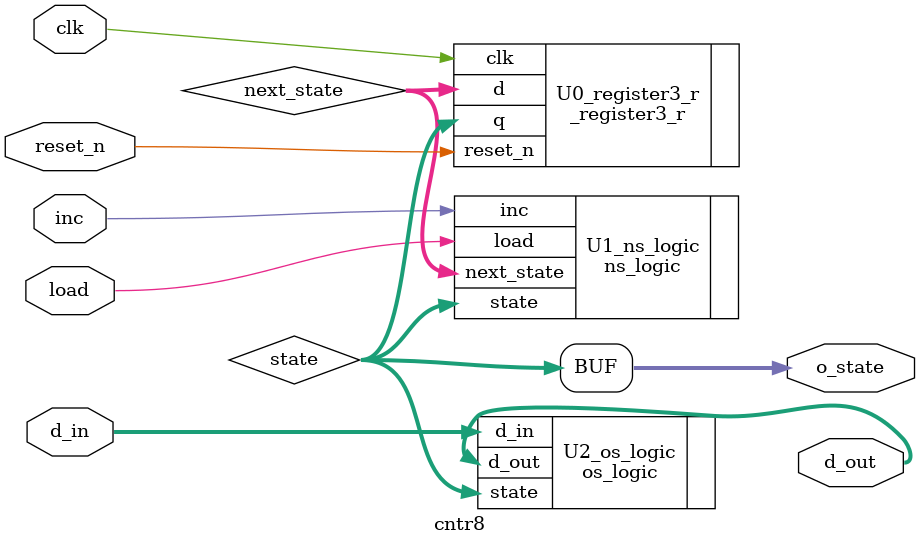
<source format=v>
module cntr8(clk, reset_n, inc, load, d_in, d_out, o_state); // 8-bit loadable up/down counter
    input clk, reset_n, inc, load;
    input [7:0] d_in;
    output [7:0] d_out;
    output [2:0] o_state; // verification state

    wire [2:0] next_state;
    wire [2:0] state;

    assign o_state = state;

    _register3_r U0_register3_r(.clk(clk), .reset_n(reset_n), .d(next_state), .q(state)); // 3-bit register 
    ns_logic U1_ns_logic(.load(load), .inc(inc), .state(state), .next_state(next_state)); // next state logic
    os_logic U2_os_logic(.state(state), .d_in(d_in), .d_out(d_out)); // output logic
endmodule
</source>
